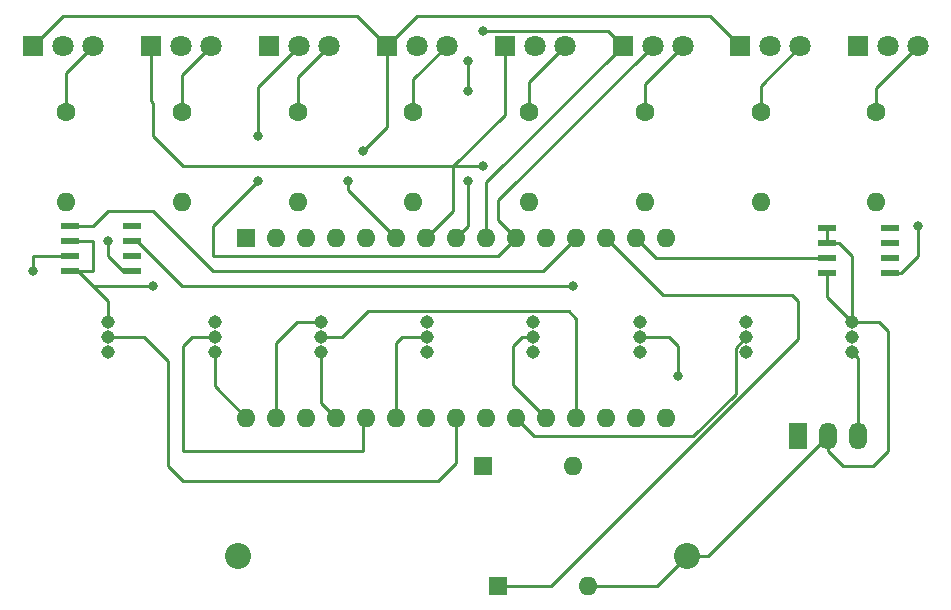
<source format=gbl>
G04 #@! TF.GenerationSoftware,KiCad,Pcbnew,(5.1.10)-1*
G04 #@! TF.CreationDate,2021-07-07T10:57:58-07:00*
G04 #@! TF.ProjectId,8MagnetTester4Filter,384d6167-6e65-4745-9465-737465723446,rev?*
G04 #@! TF.SameCoordinates,Original*
G04 #@! TF.FileFunction,Copper,L2,Bot*
G04 #@! TF.FilePolarity,Positive*
%FSLAX46Y46*%
G04 Gerber Fmt 4.6, Leading zero omitted, Abs format (unit mm)*
G04 Created by KiCad (PCBNEW (5.1.10)-1) date 2021-07-07 10:57:58*
%MOMM*%
%LPD*%
G01*
G04 APERTURE LIST*
G04 #@! TA.AperFunction,ComponentPad*
%ADD10O,1.500000X2.300000*%
G04 #@! TD*
G04 #@! TA.AperFunction,ComponentPad*
%ADD11R,1.500000X2.300000*%
G04 #@! TD*
G04 #@! TA.AperFunction,ComponentPad*
%ADD12C,2.205000*%
G04 #@! TD*
G04 #@! TA.AperFunction,ComponentPad*
%ADD13R,1.800000X1.800000*%
G04 #@! TD*
G04 #@! TA.AperFunction,ComponentPad*
%ADD14C,1.800000*%
G04 #@! TD*
G04 #@! TA.AperFunction,ComponentPad*
%ADD15R,1.600000X1.600000*%
G04 #@! TD*
G04 #@! TA.AperFunction,ComponentPad*
%ADD16O,1.600000X1.600000*%
G04 #@! TD*
G04 #@! TA.AperFunction,SMDPad,CuDef*
%ADD17R,1.524000X0.558800*%
G04 #@! TD*
G04 #@! TA.AperFunction,ComponentPad*
%ADD18C,1.143000*%
G04 #@! TD*
G04 #@! TA.AperFunction,ComponentPad*
%ADD19C,1.600000*%
G04 #@! TD*
G04 #@! TA.AperFunction,ViaPad*
%ADD20C,0.800000*%
G04 #@! TD*
G04 #@! TA.AperFunction,Conductor*
%ADD21C,0.250000*%
G04 #@! TD*
G04 APERTURE END LIST*
D10*
X177800000Y-101600000D03*
X175260000Y-101600000D03*
D11*
X172720000Y-101600000D03*
D12*
X163257000Y-111760000D03*
X125287000Y-111760000D03*
D13*
X177800000Y-68580000D03*
D14*
X180340000Y-68580000D03*
X182880000Y-68580000D03*
D15*
X125984000Y-84836000D03*
D16*
X159004000Y-100076000D03*
X128524000Y-84836000D03*
X156464000Y-100076000D03*
X131064000Y-84836000D03*
X153924000Y-100076000D03*
X133604000Y-84836000D03*
X151384000Y-100076000D03*
X136144000Y-84836000D03*
X148844000Y-100076000D03*
X138684000Y-84836000D03*
X146304000Y-100076000D03*
X141224000Y-84836000D03*
X143764000Y-100076000D03*
X143764000Y-84836000D03*
X141224000Y-100076000D03*
X146304000Y-84836000D03*
X138684000Y-100076000D03*
X148844000Y-84836000D03*
X136144000Y-100076000D03*
X151384000Y-84836000D03*
X133604000Y-100076000D03*
X153924000Y-84836000D03*
X131064000Y-100076000D03*
X156464000Y-84836000D03*
X128524000Y-100076000D03*
X159004000Y-84836000D03*
X125984000Y-100076000D03*
X161544000Y-84836000D03*
X161544000Y-100076000D03*
D13*
X107950000Y-68580000D03*
D14*
X110490000Y-68580000D03*
X113030000Y-68580000D03*
X123008571Y-68580000D03*
X120468571Y-68580000D03*
D13*
X117928571Y-68580000D03*
X127907142Y-68580000D03*
D14*
X130447142Y-68580000D03*
X132987142Y-68580000D03*
X142965713Y-68580000D03*
X140425713Y-68580000D03*
D13*
X137885713Y-68580000D03*
X147864284Y-68580000D03*
D14*
X150404284Y-68580000D03*
X152944284Y-68580000D03*
X162922855Y-68580000D03*
X160382855Y-68580000D03*
D13*
X157842855Y-68580000D03*
D14*
X172901426Y-68580000D03*
X170361426Y-68580000D03*
D13*
X167821426Y-68580000D03*
D17*
X111044796Y-87630000D03*
X111044796Y-86360000D03*
X111044796Y-85090000D03*
X111044796Y-83820000D03*
X116332000Y-83820000D03*
X116332000Y-85090000D03*
X116332000Y-86360000D03*
X116332000Y-87630000D03*
X180443602Y-87757000D03*
X180443602Y-86487000D03*
X180443602Y-85217000D03*
X180443602Y-83947000D03*
X175156398Y-83947000D03*
X175156398Y-85217000D03*
X175156398Y-86487000D03*
X175156398Y-87757000D03*
D18*
X123300000Y-91948000D03*
X123300000Y-93218000D03*
X123300000Y-94488000D03*
X141300000Y-91948000D03*
X141300000Y-93218000D03*
X141300000Y-94488000D03*
X177300000Y-91948000D03*
X177300000Y-93218000D03*
X177300000Y-94488000D03*
X114300000Y-94488000D03*
X114300000Y-93218000D03*
X114300000Y-91948000D03*
X159300000Y-94488000D03*
X159300000Y-93218000D03*
X159300000Y-91948000D03*
X168300000Y-91948000D03*
X168300000Y-93218000D03*
X168300000Y-94488000D03*
X150300000Y-94488000D03*
X150300000Y-93218000D03*
X150300000Y-91948000D03*
X132300000Y-91948000D03*
X132300000Y-93218000D03*
X132300000Y-94488000D03*
D15*
X147320000Y-114300000D03*
D16*
X154940000Y-114300000D03*
X153670000Y-104140000D03*
D15*
X146050000Y-104140000D03*
D16*
X110744000Y-81788000D03*
D19*
X110744000Y-74168000D03*
X120541142Y-74168000D03*
D16*
X120541142Y-81788000D03*
X130338284Y-81788000D03*
D19*
X130338284Y-74168000D03*
X140135426Y-74168000D03*
D16*
X140135426Y-81788000D03*
X149932568Y-81788000D03*
D19*
X149932568Y-74168000D03*
X159729710Y-74168000D03*
D16*
X159729710Y-81788000D03*
X169526852Y-81788000D03*
D19*
X169526852Y-74168000D03*
X179324000Y-74168000D03*
D16*
X179324000Y-81788000D03*
D20*
X118110000Y-88900000D03*
X135890000Y-77470000D03*
X134620000Y-80010000D03*
X162560000Y-96520000D03*
X146050000Y-78740000D03*
X144780000Y-69850000D03*
X144780000Y-72390000D03*
X144780000Y-80010000D03*
X146050000Y-67310000D03*
X127000000Y-76200000D03*
X127000000Y-80010000D03*
X107950000Y-87630000D03*
X153670000Y-88900000D03*
X114300000Y-85090000D03*
X182880000Y-83820000D03*
D21*
X175156398Y-89804398D02*
X177300000Y-91948000D01*
X175156398Y-87757000D02*
X175156398Y-89804398D01*
X177300000Y-86348602D02*
X177300000Y-91948000D01*
X176168398Y-85217000D02*
X177300000Y-86348602D01*
X175156398Y-85217000D02*
X176168398Y-85217000D01*
X175156398Y-83947000D02*
X175156398Y-85217000D01*
X111044796Y-85090000D02*
X113030000Y-85090000D01*
X113030000Y-85090000D02*
X113030000Y-87630000D01*
X113030000Y-87630000D02*
X111044796Y-87630000D01*
X114300000Y-91948000D02*
X114300000Y-90170000D01*
X111760000Y-87630000D02*
X111044796Y-87630000D01*
X132300000Y-91948000D02*
X130302000Y-91948000D01*
X128524000Y-93726000D02*
X128524000Y-100076000D01*
X130302000Y-91948000D02*
X128524000Y-93726000D01*
X170180000Y-106680000D02*
X175260000Y-101600000D01*
X118110000Y-88900000D02*
X113030000Y-88900000D01*
X113030000Y-88900000D02*
X111760000Y-87630000D01*
X114300000Y-90170000D02*
X113030000Y-88900000D01*
X175260000Y-102870000D02*
X175260000Y-101600000D01*
X176530000Y-104140000D02*
X175260000Y-102870000D01*
X179070000Y-104140000D02*
X176530000Y-104140000D01*
X180340000Y-102870000D02*
X179070000Y-104140000D01*
X180340000Y-92710000D02*
X180340000Y-102870000D01*
X179578000Y-91948000D02*
X180340000Y-92710000D01*
X177300000Y-91948000D02*
X179578000Y-91948000D01*
X160717000Y-114300000D02*
X163257000Y-111760000D01*
X154940000Y-114300000D02*
X160717000Y-114300000D01*
X165100000Y-111760000D02*
X170180000Y-106680000D01*
X163257000Y-111760000D02*
X165100000Y-111760000D01*
X177800000Y-94988000D02*
X177300000Y-94488000D01*
X177800000Y-101600000D02*
X177800000Y-94988000D01*
X123300000Y-97392000D02*
X125984000Y-100076000D01*
X123300000Y-94488000D02*
X123300000Y-97392000D01*
X132300000Y-98772000D02*
X133604000Y-100076000D01*
X132300000Y-94488000D02*
X132300000Y-98772000D01*
X153924000Y-100076000D02*
X153924000Y-91694000D01*
X153281499Y-91051499D02*
X136278501Y-91051499D01*
X153924000Y-91694000D02*
X153281499Y-91051499D01*
X134112000Y-93218000D02*
X132300000Y-93218000D01*
X136278501Y-91051499D02*
X134112000Y-93218000D01*
X150300000Y-93218000D02*
X149352000Y-93218000D01*
X149352000Y-93218000D02*
X148590000Y-93980000D01*
X148590000Y-97282000D02*
X151384000Y-100076000D01*
X148590000Y-93980000D02*
X148590000Y-97282000D01*
X107950000Y-68580000D02*
X110490000Y-66040000D01*
X135345713Y-66040000D02*
X137885713Y-68580000D01*
X110490000Y-66040000D02*
X135345713Y-66040000D01*
X137885713Y-68580000D02*
X140425713Y-66040000D01*
X165281426Y-66040000D02*
X167821426Y-68580000D01*
X140425713Y-66040000D02*
X165281426Y-66040000D01*
X137885713Y-75474287D02*
X135890000Y-77470000D01*
X137885713Y-68580000D02*
X137885713Y-75474287D01*
X167403499Y-94114501D02*
X167403499Y-98026501D01*
X168300000Y-93218000D02*
X167403499Y-94114501D01*
X167403499Y-98026501D02*
X163830000Y-101600000D01*
X150368000Y-101600000D02*
X148844000Y-100076000D01*
X163830000Y-101600000D02*
X150368000Y-101600000D01*
X134620000Y-80772000D02*
X134620000Y-80010000D01*
X138684000Y-84836000D02*
X134620000Y-80772000D01*
X159300000Y-93218000D02*
X161798000Y-93218000D01*
X162560000Y-93980000D02*
X162560000Y-96520000D01*
X161798000Y-93218000D02*
X162560000Y-93980000D01*
X143510000Y-82550000D02*
X141224000Y-84836000D01*
X143510000Y-78740000D02*
X143510000Y-82550000D01*
X120650000Y-78740000D02*
X143510000Y-78740000D01*
X118110000Y-76200000D02*
X120650000Y-78740000D01*
X118110000Y-73401860D02*
X118110000Y-76200000D01*
X117928571Y-73220431D02*
X118110000Y-73401860D01*
X117928571Y-68580000D02*
X117928571Y-73220431D01*
X147864284Y-74385716D02*
X143510000Y-78740000D01*
X147864284Y-68580000D02*
X147864284Y-74385716D01*
X146050000Y-78740000D02*
X143510000Y-78740000D01*
X114300000Y-93218000D02*
X117348000Y-93218000D01*
X117348000Y-93218000D02*
X119380000Y-95250000D01*
X119380000Y-95250000D02*
X119380000Y-104140000D01*
X119380000Y-104140000D02*
X120650000Y-105410000D01*
X120650000Y-105410000D02*
X142240000Y-105410000D01*
X143764000Y-103886000D02*
X143764000Y-100076000D01*
X142240000Y-105410000D02*
X143764000Y-103886000D01*
X144780000Y-69850000D02*
X144780000Y-72390000D01*
X144780000Y-83820000D02*
X143764000Y-84836000D01*
X144780000Y-80010000D02*
X144780000Y-83820000D01*
X156572855Y-67310000D02*
X157842855Y-68580000D01*
X146050000Y-67310000D02*
X156572855Y-67310000D01*
X146304000Y-80118855D02*
X146304000Y-84836000D01*
X157842855Y-68580000D02*
X146304000Y-80118855D01*
X141300000Y-93218000D02*
X139192000Y-93218000D01*
X138684000Y-93726000D02*
X138684000Y-100076000D01*
X139192000Y-93218000D02*
X138684000Y-93726000D01*
X160382855Y-68580000D02*
X147320000Y-81642855D01*
X147320000Y-83312000D02*
X148844000Y-84836000D01*
X147320000Y-81642855D02*
X147320000Y-83312000D01*
X130447142Y-68580000D02*
X127000000Y-72027142D01*
X127000000Y-72494718D02*
X127000000Y-76200000D01*
X127000000Y-72027142D02*
X127000000Y-72494718D01*
X127000000Y-80010000D02*
X123190000Y-83820000D01*
X123190000Y-83820000D02*
X123190000Y-86360000D01*
X147320000Y-86360000D02*
X148844000Y-84836000D01*
X123190000Y-86360000D02*
X147320000Y-86360000D01*
X123300000Y-93218000D02*
X121412000Y-93218000D01*
X121412000Y-93218000D02*
X120650000Y-93980000D01*
X120650000Y-93980000D02*
X120650000Y-102870000D01*
X120650000Y-102870000D02*
X135890000Y-102870000D01*
X135890000Y-100330000D02*
X136144000Y-100076000D01*
X135890000Y-102870000D02*
X135890000Y-100330000D01*
X111044796Y-86360000D02*
X110032796Y-86360000D01*
X110032796Y-86360000D02*
X107950000Y-86360000D01*
X107950000Y-86360000D02*
X107950000Y-87630000D01*
X111044796Y-83820000D02*
X113030000Y-83820000D01*
X113030000Y-83820000D02*
X114300000Y-82550000D01*
X114300000Y-82550000D02*
X118110000Y-82550000D01*
X118110000Y-82550000D02*
X123190000Y-87630000D01*
X151130000Y-87630000D02*
X153924000Y-84836000D01*
X123190000Y-87630000D02*
X151130000Y-87630000D01*
X161290000Y-89662000D02*
X156464000Y-84836000D01*
X172212000Y-89662000D02*
X161290000Y-89662000D01*
X172720000Y-90170000D02*
X172212000Y-89662000D01*
X172720000Y-93346410D02*
X172720000Y-90170000D01*
X151766410Y-114300000D02*
X172720000Y-93346410D01*
X147320000Y-114300000D02*
X151766410Y-114300000D01*
X160655000Y-86487000D02*
X159004000Y-84836000D01*
X175156398Y-86487000D02*
X160655000Y-86487000D01*
X110744000Y-70866000D02*
X113030000Y-68580000D01*
X110744000Y-74168000D02*
X110744000Y-70866000D01*
X120541142Y-71047429D02*
X123008571Y-68580000D01*
X120541142Y-74168000D02*
X120541142Y-71047429D01*
X130338284Y-71228858D02*
X132987142Y-68580000D01*
X130338284Y-74168000D02*
X130338284Y-71228858D01*
X140135426Y-71410287D02*
X142965713Y-68580000D01*
X140135426Y-74168000D02*
X140135426Y-71410287D01*
X149932568Y-71591716D02*
X152944284Y-68580000D01*
X149932568Y-74168000D02*
X149932568Y-71591716D01*
X159729710Y-71773145D02*
X162922855Y-68580000D01*
X159729710Y-74168000D02*
X159729710Y-71773145D01*
X169526852Y-71954574D02*
X172901426Y-68580000D01*
X169526852Y-74168000D02*
X169526852Y-71954574D01*
X179324000Y-72136000D02*
X182880000Y-68580000D01*
X179324000Y-74168000D02*
X179324000Y-72136000D01*
X116688402Y-85090000D02*
X116332000Y-85090000D01*
X120498402Y-88900000D02*
X116688402Y-85090000D01*
X153670000Y-88900000D02*
X120498402Y-88900000D01*
X116332000Y-87630000D02*
X115570000Y-87630000D01*
X114300000Y-86360000D02*
X114300000Y-85090000D01*
X115570000Y-87630000D02*
X114300000Y-86360000D01*
X181455602Y-87757000D02*
X182880000Y-86332602D01*
X180443602Y-87757000D02*
X181455602Y-87757000D01*
X182880000Y-86332602D02*
X182880000Y-83820000D01*
M02*

</source>
